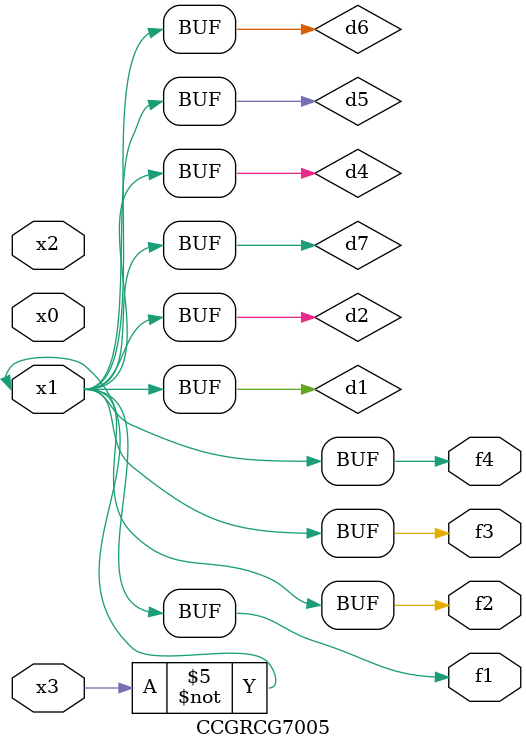
<source format=v>
module CCGRCG7005(
	input x0, x1, x2, x3,
	output f1, f2, f3, f4
);

	wire d1, d2, d3, d4, d5, d6, d7;

	not (d1, x3);
	buf (d2, x1);
	xnor (d3, d1, d2);
	nor (d4, d1);
	buf (d5, d1, d2);
	buf (d6, d4, d5);
	nand (d7, d4);
	assign f1 = d6;
	assign f2 = d7;
	assign f3 = d6;
	assign f4 = d6;
endmodule

</source>
